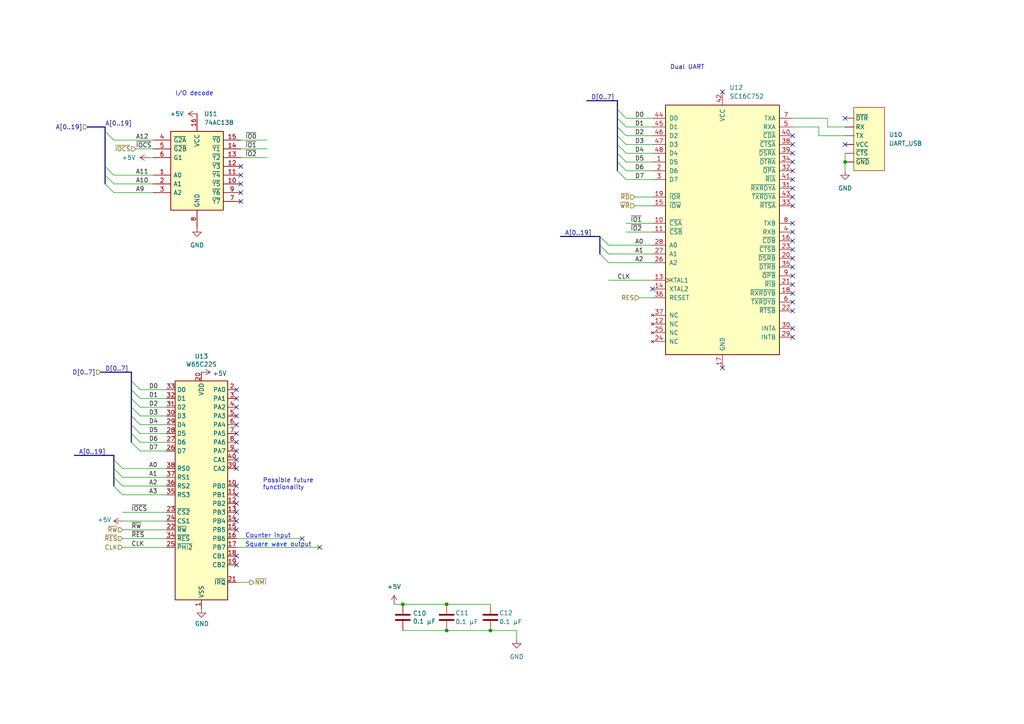
<source format=kicad_sch>
(kicad_sch (version 20211123) (generator eeschema)
  (paper "A4")
  (lib_symbols
    (symbol "Device:C" (pin_numbers hide) (pin_names (offset 0.254))
      (property "Reference" "C" (at 0.635 2.54 0))
      (property "Value" "C" (at 0.635 -2.54 0))
      (symbol "C_0_1"
        (polyline (pts (xy -2.032 -0.762) (xy 2.032 -0.762)) (stroke (width 0.508)))
        (polyline (pts (xy -2.032 0.762) (xy 2.032 0.762)) (stroke (width 0.508)))
      )
      (symbol "C_1_1"
        (pin passive line (at 0 3.81 270) (length 2.794) (name "~") (number "1"))
        (pin passive line (at 0 -3.81 90) (length 2.794) (name "~") (number "2"))
      )
    )
    (symbol "power:+5V" (power) (pin_names (offset 0))
      (property "Value" "+5V" (at 0 3.556 0))
      (symbol "+5V_0_1"
        (polyline (pts (xy -0.762 1.27) (xy 0 2.54)))
        (polyline (pts (xy 0 0) (xy 0 2.54)))
        (polyline (pts (xy 0 2.54) (xy 0.762 1.27)))
      )
      (symbol "+5V_1_1"
        (pin power_in line (at 0 0 90) (length 0) hide (name "+5V") (number "1"))
      )
    )
    (symbol "power:GND" (power) (pin_names (offset 0))
      (property "Value" "GND" (at 0 -3.81 0))
      (symbol "GND_0_1"
        (polyline (pts (xy 0 0) (xy 0 -1.27) (xy 1.27 -1.27) (xy 0 -2.54) (xy -1.27 -1.27) (xy 0 -1.27)))
      )
      (symbol "GND_1_1"
        (pin power_in line (at 0 0 270) (length 0) hide (name "GND") (number "1"))
      )
    )
    (symbol "project:74AC138" (pin_names (offset 0.762))
      (property "Reference" "U" (at -7.62 11.43 0))
      (property "Value" "74AC138" (at -6.35 -13.97 0))
      (symbol "74AC138_0_0"
        (pin power_in line (at 0 15.24 270) (length 5.08) (name "VCC") (number "16"))
        (pin power_in line (at 0 -17.78 90) (length 5.08) (name "GND") (number "8"))
      )
      (symbol "74AC138_1_1"
        (rectangle (start -7.62 10.16) (end 7.62 -12.7) (stroke (width 0.254)) (fill (type background)))
        (pin input line (at -12.7 -2.54 0) (length 5.08) (name "A0") (number "1"))
        (pin output line (at 12.7 -5.08 180) (length 5.08) (name "~{Y5}") (number "10"))
        (pin output line (at 12.7 -2.54 180) (length 5.08) (name "~{Y4}") (number "11"))
        (pin output line (at 12.7 0 180) (length 5.08) (name "~{Y3}") (number "12"))
        (pin output line (at 12.7 2.54 180) (length 5.08) (name "~{Y2}") (number "13"))
        (pin output line (at 12.7 5.08 180) (length 5.08) (name "~{Y1}") (number "14"))
        (pin output line (at 12.7 7.62 180) (length 5.08) (name "~{Y0}") (number "15"))
        (pin input line (at -12.7 -5.08 0) (length 5.08) (name "A1") (number "2"))
        (pin input line (at -12.7 -7.62 0) (length 5.08) (name "A2") (number "3"))
        (pin input line (at -12.7 7.62 0) (length 5.08) (name "~{G2A}") (number "4"))
        (pin input line (at -12.7 5.08 0) (length 5.08) (name "~{G2B}") (number "5"))
        (pin input line (at -12.7 2.54 0) (length 5.08) (name "G1") (number "6"))
        (pin output line (at 12.7 -10.16 180) (length 5.08) (name "~{Y7}") (number "7"))
        (pin output line (at 12.7 -7.62 180) (length 5.08) (name "~{Y6}") (number "9"))
      )
    )
    (symbol "project:SC16C752" (pin_names (offset 1.016))
      (property "Reference" "U" (at -16.51 35.56 0))
      (property "Value" "SC16C752" (at 10.16 35.56 0))
      (symbol "SC16C752_0_0"
        (pin input line (at -20.32 -2.54 0) (length 3.81) (name "~{CSB}") (number "11"))
        (pin input clock (at -20.32 -16.51 0) (length 3.81) (name "XTAL1") (number "13"))
        (pin output line (at -20.32 -19.05 0) (length 3.81) (name "XTAL2") (number "14"))
        (pin no_connect line (at -20.32 -34.29 0) (length 3.81) (name "NC") (number "24"))
        (pin no_connect line (at -20.32 -31.75 0) (length 3.81) (name "NC") (number "25"))
        (pin input line (at -20.32 -11.43 0) (length 3.81) (name "A2") (number "26"))
        (pin output line (at 20.32 10.16 180) (length 3.81) (name "~{RXRDYA}") (number "31"))
        (pin output line (at 20.32 7.62 180) (length 3.81) (name "~{TXRDYA}") (number "43"))
      )
      (symbol "SC16C752_0_1"
        (rectangle (start -16.51 34.29) (end 16.51 -38.1) (stroke (width 0.254)) (fill (type background)))
      )
      (symbol "SC16C752_1_1"
        (pin bidirectional line (at -20.32 17.78 0) (length 3.81) (name "D5") (number "1"))
        (pin input line (at -20.32 0 0) (length 3.81) (name "~{CSA}") (number "10"))
        (pin no_connect line (at -20.32 -29.21 0) (length 3.81) (name "NC") (number "12"))
        (pin input line (at -20.32 5.08 0) (length 3.81) (name "~{IOW}") (number "15"))
        (pin input line (at 20.32 -5.08 180) (length 3.81) (name "~{CDB}") (number "16"))
        (pin power_in line (at 0 -41.91 90) (length 3.81) (name "GND") (number "17"))
        (pin output line (at 20.32 -20.32 180) (length 3.81) (name "~{RXRDYB}") (number "18"))
        (pin input line (at -20.32 7.62 0) (length 3.81) (name "~{IOR}") (number "19"))
        (pin bidirectional line (at -20.32 15.24 0) (length 3.81) (name "D6") (number "2"))
        (pin input line (at 20.32 -10.16 180) (length 3.81) (name "~{DSRB}") (number "20"))
        (pin input line (at 20.32 -17.78 180) (length 3.81) (name "~{RIB}") (number "21"))
        (pin output line (at 20.32 -25.4 180) (length 3.81) (name "~{RTSB}") (number "22"))
        (pin input line (at 20.32 -7.62 180) (length 3.81) (name "~{CTSB}") (number "23"))
        (pin input line (at -20.32 -8.89 0) (length 3.81) (name "A1") (number "27"))
        (pin input line (at -20.32 -6.35 0) (length 3.81) (name "A0") (number "28"))
        (pin output line (at 20.32 -33.02 180) (length 3.81) (name "INTB") (number "29"))
        (pin bidirectional line (at -20.32 12.7 0) (length 3.81) (name "D7") (number "3"))
        (pin output line (at 20.32 -30.48 180) (length 3.81) (name "INTA") (number "30"))
        (pin output line (at 20.32 15.24 180) (length 3.81) (name "~{OPA}") (number "32"))
        (pin output line (at 20.32 5.08 180) (length 3.81) (name "~{RTSA}") (number "33"))
        (pin output line (at 20.32 17.78 180) (length 3.81) (name "~{DTRA}") (number "34"))
        (pin output line (at 20.32 -12.7 180) (length 3.81) (name "~{DTRB}") (number "35"))
        (pin input line (at -20.32 -21.59 0) (length 3.81) (name "RESET") (number "36"))
        (pin no_connect line (at -20.32 -26.67 0) (length 3.81) (name "NC") (number "37"))
        (pin input line (at 20.32 22.86 180) (length 3.81) (name "~{CTSA}") (number "38"))
        (pin input line (at 20.32 20.32 180) (length 3.81) (name "~{DSRA}") (number "39"))
        (pin input line (at 20.32 -2.54 180) (length 3.81) (name "RXB") (number "4"))
        (pin input line (at 20.32 25.4 180) (length 3.81) (name "~{CDA}") (number "40"))
        (pin input line (at 20.32 12.7 180) (length 3.81) (name "~{RIA}") (number "41"))
        (pin power_in line (at 0 38.1 270) (length 3.81) (name "VCC") (number "42"))
        (pin bidirectional line (at -20.32 30.48 0) (length 3.81) (name "D0") (number "44"))
        (pin bidirectional line (at -20.32 27.94 0) (length 3.81) (name "D1") (number "45"))
        (pin bidirectional line (at -20.32 25.4 0) (length 3.81) (name "D2") (number "46"))
        (pin bidirectional line (at -20.32 22.86 0) (length 3.81) (name "D3") (number "47"))
        (pin bidirectional line (at -20.32 20.32 0) (length 3.81) (name "D4") (number "48"))
        (pin input line (at 20.32 27.94 180) (length 3.81) (name "RXA") (number "5"))
        (pin output line (at 20.32 -22.86 180) (length 3.81) (name "~{TXRDYB}") (number "6"))
        (pin output line (at 20.32 30.48 180) (length 3.81) (name "TXA") (number "7"))
        (pin output line (at 20.32 0 180) (length 3.81) (name "TXB") (number "8"))
        (pin output line (at 20.32 -15.24 180) (length 3.81) (name "~{OPB}") (number "9"))
      )
    )
    (symbol "project:UART_USB"
      (property "Reference" "U" (at 0 0 0))
      (property "Value" "UART_USB" (at 0 1.905 0))
      (symbol "UART_USB_0_1"
        (rectangle (start -3.81 -1.905) (end 5.08 -20.32) (fill (type background)))
      )
      (symbol "UART_USB_1_1"
        (pin input line (at -6.35 -7.62 0) (length 2.54) (name "RX") (number ""))
        (pin output line (at -6.35 -10.16 0) (length 2.54) (name "TX") (number ""))
        (pin power_out line (at -6.35 -12.7 0) (length 2.54) (name "VCC") (number ""))
        (pin input line (at -6.35 -15.24 0) (length 2.54) (name "~{CTS}") (number ""))
        (pin output line (at -6.35 -5.08 0) (length 2.54) (name "~{DTR}") (number ""))
        (pin power_in line (at -6.35 -17.78 0) (length 2.54) (name "~{GND}") (number ""))
      )
    )
    (symbol "project:W65C22S"
      (property "Reference" "U" (at -7.62 31.75 0))
      (property "Value" "W65C22S" (at 5.08 -34.29 0))
      (symbol "W65C22S_0_0"
        (pin output line (at 10.16 27.94 180) (length 2.54) (name "PA0") (number "2"))
        (pin output line (at 10.16 -27.94 180) (length 2.54) (name "~{IRQ}") (number "21"))
        (pin input line (at -10.16 -17.78 0) (length 2.54) (name "~{PHI2}") (number "25"))
        (pin output line (at 10.16 25.4 180) (length 2.54) (name "PA1") (number "3"))
        (pin input line (at -10.16 -15.24 0) (length 2.54) (name "~{RES}") (number "34"))
        (pin input line (at -10.16 2.54 0) (length 2.54) (name "RS1") (number "37"))
        (pin input line (at -10.16 5.08 0) (length 2.54) (name "RS0") (number "38"))
        (pin output line (at 10.16 5.08 180) (length 2.54) (name "CA2") (number "39"))
        (pin output line (at 10.16 22.86 180) (length 2.54) (name "PA2") (number "4"))
        (pin output line (at 10.16 7.62 180) (length 2.54) (name "CA1") (number "40"))
        (pin output line (at 10.16 20.32 180) (length 2.54) (name "PA3") (number "5"))
        (pin output line (at 10.16 17.78 180) (length 2.54) (name "PA4") (number "6"))
        (pin output line (at 10.16 15.24 180) (length 2.54) (name "PA5") (number "7"))
      )
      (symbol "W65C22S_0_1"
        (rectangle (start -7.62 30.48) (end 7.62 -33.02) (stroke (width 0.254)) (fill (type background)))
      )
      (symbol "W65C22S_1_1"
        (pin power_in line (at 0 -35.56 90) (length 2.54) (name "VSS") (number "1"))
        (pin output line (at 10.16 0 180) (length 2.54) (name "PB0") (number "10"))
        (pin output line (at 10.16 -2.54 180) (length 2.54) (name "PB1") (number "11"))
        (pin output line (at 10.16 -5.08 180) (length 2.54) (name "PB2") (number "12"))
        (pin output line (at 10.16 -7.62 180) (length 2.54) (name "PB3") (number "13"))
        (pin output line (at 10.16 -10.16 180) (length 2.54) (name "PB4") (number "14"))
        (pin output line (at 10.16 -12.7 180) (length 2.54) (name "PB5") (number "15"))
        (pin output line (at 10.16 -15.24 180) (length 2.54) (name "PB6") (number "16"))
        (pin output line (at 10.16 -17.78 180) (length 2.54) (name "PB7") (number "17"))
        (pin output line (at 10.16 -20.32 180) (length 2.54) (name "CB1") (number "18"))
        (pin output line (at 10.16 -22.86 180) (length 2.54) (name "CB2") (number "19"))
        (pin power_in line (at 0 33.02 270) (length 2.54) (name "VDD") (number "20"))
        (pin input line (at -10.16 -12.7 0) (length 2.54) (name "~{RW}") (number "22"))
        (pin input line (at -10.16 -7.62 0) (length 2.54) (name "~{CS2}") (number "23"))
        (pin input line (at -10.16 -10.16 0) (length 2.54) (name "CS1") (number "24"))
        (pin tri_state line (at -10.16 10.16 0) (length 2.54) (name "D7") (number "26"))
        (pin tri_state line (at -10.16 12.7 0) (length 2.54) (name "D6") (number "27"))
        (pin tri_state line (at -10.16 15.24 0) (length 2.54) (name "D5") (number "28"))
        (pin tri_state line (at -10.16 17.78 0) (length 2.54) (name "D4") (number "29"))
        (pin tri_state line (at -10.16 20.32 0) (length 2.54) (name "D3") (number "30"))
        (pin tri_state line (at -10.16 22.86 0) (length 2.54) (name "D2") (number "31"))
        (pin tri_state line (at -10.16 25.4 0) (length 2.54) (name "D1") (number "32"))
        (pin tri_state line (at -10.16 27.94 0) (length 2.54) (name "D0") (number "33"))
        (pin input line (at -10.16 -2.54 0) (length 2.54) (name "RS3") (number "35"))
        (pin input line (at -10.16 0 0) (length 2.54) (name "RS2") (number "36"))
        (pin output line (at 10.16 12.7 180) (length 2.54) (name "PA6") (number "8"))
        (pin output line (at 10.16 10.16 180) (length 2.54) (name "PA7") (number "9"))
      )
    )
  )
  (junction (at 129.54 182.88))
  (junction (at 245.11 46.99))
  (junction (at 129.54 175.26))
  (junction (at 116.84 175.26))
  (junction (at 142.24 182.88))
  (no_connect (at 189.23 83.82))
  (no_connect (at 229.87 87.63))
  (no_connect (at 229.87 85.09))
  (no_connect (at 229.87 82.55))
  (no_connect (at 229.87 80.01))
  (no_connect (at 229.87 77.47))
  (no_connect (at 229.87 97.79))
  (no_connect (at 229.87 95.25))
  (no_connect (at 229.87 90.17))
  (no_connect (at 229.87 74.93))
  (no_connect (at 229.87 72.39))
  (no_connect (at 229.87 67.31))
  (no_connect (at 229.87 69.85))
  (no_connect (at 229.87 64.77))
  (no_connect (at 229.87 41.91))
  (no_connect (at 229.87 44.45))
  (no_connect (at 229.87 46.99))
  (no_connect (at 229.87 49.53))
  (no_connect (at 229.87 52.07))
  (no_connect (at 229.87 59.69))
  (no_connect (at 229.87 57.15))
  (no_connect (at 229.87 54.61))
  (no_connect (at 92.71 158.75))
  (no_connect (at 68.58 148.59))
  (no_connect (at 69.85 48.26))
  (no_connect (at 68.58 130.81))
  (no_connect (at 68.58 135.89))
  (no_connect (at 69.85 58.42))
  (no_connect (at 68.58 128.27))
  (no_connect (at 69.85 50.8))
  (no_connect (at 87.63 156.21))
  (no_connect (at 68.58 133.35))
  (no_connect (at 68.58 115.57))
  (no_connect (at 68.58 120.65))
  (no_connect (at 209.55 26.67))
  (no_connect (at 229.87 39.37))
  (no_connect (at 209.55 106.68))
  (no_connect (at 68.58 163.83))
  (no_connect (at 68.58 113.03))
  (no_connect (at 68.58 123.19))
  (no_connect (at 69.85 55.88))
  (no_connect (at 68.58 146.05))
  (no_connect (at 68.58 161.29))
  (no_connect (at 68.58 140.97))
  (no_connect (at 68.58 118.11))
  (no_connect (at 68.58 125.73))
  (no_connect (at 68.58 151.13))
  (no_connect (at 68.58 153.67))
  (no_connect (at 245.11 34.29))
  (no_connect (at 245.11 41.91))
  (no_connect (at 69.85 53.34))
  (no_connect (at 68.58 143.51))
  (bus_entry (at 38.1 118.11) (size 2.54 2.54))
  (bus_entry (at 38.1 120.65) (size 2.54 2.54))
  (bus_entry (at 38.1 128.27) (size 2.54 2.54))
  (bus_entry (at 38.1 110.49) (size 2.54 2.54))
  (bus_entry (at 173.99 71.12) (size 2.54 2.54))
  (bus_entry (at 30.48 38.1) (size 2.54 2.54))
  (bus_entry (at 33.02 135.89) (size 2.54 2.54))
  (bus_entry (at 179.07 41.91) (size 2.54 2.54))
  (bus_entry (at 179.07 39.37) (size 2.54 2.54))
  (bus_entry (at 179.07 49.53) (size 2.54 2.54))
  (bus_entry (at 30.48 53.34) (size 2.54 2.54))
  (bus_entry (at 179.07 44.45) (size 2.54 2.54))
  (bus_entry (at 38.1 113.03) (size 2.54 2.54))
  (bus_entry (at 173.99 73.66) (size 2.54 2.54))
  (bus_entry (at 33.02 133.35) (size 2.54 2.54))
  (bus_entry (at 179.07 46.99) (size 2.54 2.54))
  (bus_entry (at 30.48 48.26) (size 2.54 2.54))
  (bus_entry (at 179.07 31.75) (size 2.54 2.54))
  (bus_entry (at 173.99 68.58) (size 2.54 2.54))
  (bus_entry (at 30.48 50.8) (size 2.54 2.54))
  (bus_entry (at 38.1 115.57) (size 2.54 2.54))
  (bus_entry (at 33.02 138.43) (size 2.54 2.54))
  (bus_entry (at 179.07 34.29) (size 2.54 2.54))
  (bus_entry (at 33.02 140.97) (size 2.54 2.54))
  (bus_entry (at 179.07 36.83) (size 2.54 2.54))
  (bus_entry (at 38.1 125.73) (size 2.54 2.54))
  (bus_entry (at 38.1 123.19) (size 2.54 2.54))
  (wire (pts (xy 189.23 39.37) (xy 181.61 39.37)))
  (wire (pts (xy 189.23 71.12) (xy 176.53 71.12)))
  (bus (pts (xy 173.99 68.58) (xy 173.99 71.12)))
  (wire (pts (xy 68.58 158.75) (xy 92.71 158.75)))
  (wire (pts (xy 35.56 148.59) (xy 48.26 148.59)))
  (wire (pts (xy 116.84 182.88) (xy 129.54 182.88)))
  (wire (pts (xy 33.02 40.64) (xy 44.45 40.64)))
  (wire (pts (xy 48.26 123.19) (xy 40.64 123.19)))
  (bus (pts (xy 33.02 132.08) (xy 21.59 132.08)))
  (wire (pts (xy 189.23 44.45) (xy 181.61 44.45)))
  (wire (pts (xy 48.26 143.51) (xy 35.56 143.51)))
  (wire (pts (xy 68.58 156.21) (xy 87.63 156.21)))
  (wire (pts (xy 43.18 45.72) (xy 44.45 45.72)))
  (bus (pts (xy 30.48 36.83) (xy 30.48 38.1)))
  (wire (pts (xy 48.26 113.03) (xy 40.64 113.03)))
  (bus (pts (xy 33.02 133.35) (xy 33.02 135.89)))
  (bus (pts (xy 179.07 31.75) (xy 179.07 34.29)))
  (wire (pts (xy 33.02 53.34) (xy 44.45 53.34)))
  (bus (pts (xy 173.99 68.58) (xy 162.56 68.58)))
  (wire (pts (xy 181.61 64.77) (xy 189.23 64.77)))
  (bus (pts (xy 38.1 110.49) (xy 38.1 113.03)))
  (bus (pts (xy 30.48 48.26) (xy 30.48 50.8)))
  (bus (pts (xy 38.1 115.57) (xy 38.1 118.11)))
  (bus (pts (xy 179.07 39.37) (xy 179.07 41.91)))
  (wire (pts (xy 181.61 67.31) (xy 189.23 67.31)))
  (wire (pts (xy 189.23 34.29) (xy 181.61 34.29)))
  (wire (pts (xy 189.23 49.53) (xy 181.61 49.53)))
  (wire (pts (xy 48.26 151.13) (xy 35.56 151.13)))
  (bus (pts (xy 38.1 125.73) (xy 38.1 128.27)))
  (wire (pts (xy 245.11 44.45) (xy 245.11 46.99)))
  (wire (pts (xy 35.56 153.67) (xy 48.26 153.67)))
  (wire (pts (xy 189.23 76.2) (xy 176.53 76.2)))
  (wire (pts (xy 237.49 36.83) (xy 237.49 39.37)))
  (wire (pts (xy 33.02 50.8) (xy 44.45 50.8)))
  (wire (pts (xy 229.87 34.29) (xy 240.03 34.29)))
  (bus (pts (xy 33.02 132.08) (xy 33.02 133.35)))
  (wire (pts (xy 39.37 43.18) (xy 44.45 43.18)))
  (wire (pts (xy 114.3 175.26) (xy 116.84 175.26)))
  (wire (pts (xy 237.49 39.37) (xy 245.11 39.37)))
  (bus (pts (xy 38.1 113.03) (xy 38.1 115.57)))
  (wire (pts (xy 189.23 41.91) (xy 181.61 41.91)))
  (wire (pts (xy 184.15 59.69) (xy 189.23 59.69)))
  (wire (pts (xy 48.26 135.89) (xy 35.56 135.89)))
  (bus (pts (xy 38.1 120.65) (xy 38.1 123.19)))
  (bus (pts (xy 170.18 29.21) (xy 179.07 29.21)))
  (wire (pts (xy 189.23 46.99) (xy 181.61 46.99)))
  (wire (pts (xy 48.26 138.43) (xy 35.56 138.43)))
  (wire (pts (xy 240.03 36.83) (xy 245.11 36.83)))
  (bus (pts (xy 33.02 138.43) (xy 33.02 140.97)))
  (wire (pts (xy 48.26 140.97) (xy 35.56 140.97)))
  (wire (pts (xy 129.54 182.88) (xy 142.24 182.88)))
  (wire (pts (xy 116.84 175.26) (xy 129.54 175.26)))
  (bus (pts (xy 33.02 135.89) (xy 33.02 138.43)))
  (wire (pts (xy 48.26 115.57) (xy 40.64 115.57)))
  (wire (pts (xy 48.26 118.11) (xy 40.64 118.11)))
  (wire (pts (xy 184.15 57.15) (xy 189.23 57.15)))
  (bus (pts (xy 38.1 107.95) (xy 38.1 110.49)))
  (wire (pts (xy 129.54 175.26) (xy 142.24 175.26)))
  (wire (pts (xy 69.85 43.18) (xy 77.47 43.18)))
  (bus (pts (xy 38.1 118.11) (xy 38.1 120.65)))
  (wire (pts (xy 69.85 45.72) (xy 77.47 45.72)))
  (bus (pts (xy 179.07 34.29) (xy 179.07 36.83)))
  (wire (pts (xy 35.56 156.21) (xy 48.26 156.21)))
  (wire (pts (xy 68.58 168.91) (xy 72.39 168.91)))
  (wire (pts (xy 142.24 182.88) (xy 149.86 182.88)))
  (wire (pts (xy 229.87 36.83) (xy 237.49 36.83)))
  (wire (pts (xy 48.26 130.81) (xy 40.64 130.81)))
  (bus (pts (xy 38.1 123.19) (xy 38.1 125.73)))
  (wire (pts (xy 48.26 158.75) (xy 35.56 158.75)))
  (bus (pts (xy 179.07 41.91) (xy 179.07 44.45)))
  (bus (pts (xy 179.07 46.99) (xy 179.07 49.53)))
  (bus (pts (xy 179.07 36.83) (xy 179.07 39.37)))
  (bus (pts (xy 25.4 36.83) (xy 30.48 36.83)))
  (bus (pts (xy 29.21 107.95) (xy 38.1 107.95)))
  (wire (pts (xy 69.85 40.64) (xy 77.47 40.64)))
  (wire (pts (xy 189.23 81.28) (xy 176.53 81.28)))
  (wire (pts (xy 189.23 73.66) (xy 176.53 73.66)))
  (wire (pts (xy 48.26 120.65) (xy 40.64 120.65)))
  (bus (pts (xy 179.07 44.45) (xy 179.07 46.99)))
  (bus (pts (xy 179.07 29.21) (xy 179.07 31.75)))
  (wire (pts (xy 48.26 125.73) (xy 40.64 125.73)))
  (wire (pts (xy 240.03 34.29) (xy 240.03 36.83)))
  (bus (pts (xy 173.99 71.12) (xy 173.99 73.66)))
  (wire (pts (xy 185.42 86.36) (xy 189.23 86.36)))
  (wire (pts (xy 189.23 52.07) (xy 181.61 52.07)))
  (wire (pts (xy 189.23 36.83) (xy 181.61 36.83)))
  (wire (pts (xy 149.86 182.88) (xy 149.86 185.42)))
  (bus (pts (xy 30.48 38.1) (xy 30.48 48.26)))
  (wire (pts (xy 48.26 128.27) (xy 40.64 128.27)))
  (wire (pts (xy 245.11 46.99) (xy 245.11 49.53)))
  (wire (pts (xy 33.02 55.88) (xy 44.45 55.88)))
  (bus (pts (xy 30.48 50.8) (xy 30.48 53.34)))
  (text "I/O decode" (at 50.8 27.94 0) (effects (font (size 1.27 1.27)) (justify left bottom)))
  (text "Counter input" (at 71.12 156.21 0) (effects (font (size 1.27 1.27)) (justify left bottom)))
  (text "Square wave output" (at 71.12 158.75 0) (effects (font (size 1.27 1.27)) (justify left bottom)))
  (text "Dual UART" (at 194.31 20.32 0) (effects (font (size 1.27 1.27)) (justify left bottom)))
  (text "Possible future\nfunctionality" (at 76.2 142.24 0) (effects (font (size 1.27 1.27)) (justify left bottom)))
  (label "D5" (at 43.18 125.73 0))
  (label "CLK" (at 179.07 81.28 0))
  (label "D6" (at 184.15 49.53 0))
  (label "A2" (at 43.18 140.97 0))
  (label "D6" (at 43.18 128.27 0))
  (label "A2" (at 184.15 76.2 0))
  (label "A10" (at 39.37 53.34 0))
  (label "~{IO2}" (at 182.88 67.31 0))
  (label "D4" (at 184.15 44.45 0))
  (label "A[0..19]" (at 30.48 36.83 0))
  (label "A[0..19]" (at 22.86 132.08 0))
  (label "D1" (at 43.18 115.57 0))
  (label "~{IO1}" (at 71.12 43.18 0))
  (label "D7" (at 43.18 130.81 0))
  (label "~{IOCS}" (at 38.1 148.59 0))
  (label "~{RES}" (at 38.1 156.21 0))
  (label "A11" (at 39.37 50.8 0))
  (label "~{IO0}" (at 71.12 40.64 0))
  (label "A[0..19]" (at 163.83 68.58 0))
  (label "D2" (at 184.15 39.37 0))
  (label "D1" (at 184.15 36.83 0))
  (label "CLK" (at 38.1 158.75 0))
  (label "~{IOCS}" (at 39.37 43.18 0))
  (label "D0" (at 43.18 113.03 0))
  (label "~{IO1}" (at 182.88 64.77 0))
  (label "D7" (at 184.15 52.07 0))
  (label "D[0..7]" (at 30.48 107.95 0))
  (label "A1" (at 43.18 138.43 0))
  (label "D3" (at 43.18 120.65 0))
  (label "A3" (at 43.18 143.51 0))
  (label "D[0..7]" (at 171.45 29.21 0))
  (label "D2" (at 43.18 118.11 0))
  (label "D0" (at 184.15 34.29 0))
  (label "A0" (at 184.15 71.12 0))
  (label "A0" (at 43.18 135.89 0))
  (label "A9" (at 39.37 55.88 0))
  (label "~{RW}" (at 38.1 153.67 0))
  (label "~{IO2}" (at 71.12 45.72 0))
  (label "A1" (at 184.15 73.66 0))
  (label "D4" (at 43.18 123.19 0))
  (label "A12" (at 39.37 40.64 0))
  (label "D5" (at 184.15 46.99 0))
  (label "D3" (at 184.15 41.91 0))
  (hierarchical_label "RES" (shape input) (at 185.42 86.36 180))
  (hierarchical_label "~{WR}" (shape input) (at 184.15 59.69 180))
  (hierarchical_label "~{RD}" (shape input) (at 184.15 57.15 180))
  (hierarchical_label "CLK" (shape input) (at 35.56 158.75 180))
  (hierarchical_label "~{NMI}" (shape output) (at 72.39 168.91 0))
  (hierarchical_label "~{IOCS}" (shape input) (at 39.37 43.18 180))
  (hierarchical_label "~{RW}" (shape input) (at 35.56 153.67 180))
  (hierarchical_label "A[0..19]" (shape input) (at 25.4 36.83 180))
  (hierarchical_label "~{RES}" (shape input) (at 35.56 156.21 180))
  (hierarchical_label "D[0..7]" (shape input) (at 29.21 107.95 180))
  (symbol (lib_id "project:UART_USB") (at 251.46 29.21 0) (unit 1)
    (property "Reference" "U10" (at 257.81 39.0524 0) (effects (justify left)))
    (property "Value" "UART_USB" (at 257.81 41.5924 0) (effects (justify left)))
  )
  (symbol (lib_id "project:SC16C752") (at 209.55 64.77 0) (unit 1)
    (property "Reference" "U12" (at 211.5694 25.4 0) (effects (justify left)))
    (property "Value" "SC16C752" (at 211.5694 27.94 0) (effects (justify left)))
  )
  (symbol (lib_id "power:+5V") (at 43.18 45.72 90) (unit 1)
    (property "Reference" "#PWR034" (effects hide))
    (property "Value" "+5V" (at 39.37 45.72 90) (effects (justify left)))
  )
  (symbol (lib_id "power:+5V") (at 35.56 151.13 90) (unit 1)
    (property "Reference" "#PWR038" (effects hide))
    (property "Value" "+5V" (at 32.3088 150.749 90) (effects (justify left)))
  )
  (symbol (lib_id "project:74AC138") (at 57.15 48.26 0) (unit 1)
    (property "Reference" "U11" (at 59.1694 33.02 0) (effects (justify left)))
    (property "Value" "74AC138" (at 59.1694 35.56 0) (effects (justify left)))
  )
  (symbol (lib_id "project:W65C22S") (at 58.42 140.97 0) (unit 1)
    (property "Reference" "U13" (at 58.42 103.3526 0))
    (property "Value" "W65C22S" (at 58.42 105.664 0))
    (property "Footprint" "Package_DIP:DIP-40_W15.24mm" (effects hide))
  )
  (symbol (lib_id "power:+5V") (at 114.3 175.26 0) (unit 1)
    (property "Reference" "#PWR039" (effects hide))
    (property "Value" "+5V" (at 114.3 170.18 0))
  )
  (symbol (lib_id "power:+5V") (at 58.42 107.95 270) (unit 1)
    (property "Reference" "#PWR037" (effects hide))
    (property "Value" "+5V" (at 61.6712 108.331 90) (effects (justify left)))
  )
  (symbol (lib_id "Device:C") (at 129.54 179.07 0) (unit 1)
    (property "Reference" "C11" (at 132.08 177.8 0) (effects (justify left)))
    (property "Value" "0.1 µF" (at 132.08 180.34 0) (effects (justify left)))
  )
  (symbol (lib_id "power:GND") (at 57.15 66.04 0) (unit 1)
    (property "Reference" "#PWR036" (effects hide))
    (property "Value" "GND" (at 57.15 71.12 0))
  )
  (symbol (lib_id "power:GND") (at 58.42 176.53 0) (unit 1)
    (property "Reference" "#PWR040" (effects hide))
    (property "Value" "GND" (at 58.547 180.9242 0))
  )
  (symbol (lib_id "Device:C") (at 142.24 179.07 0) (unit 1)
    (property "Reference" "C12" (at 144.78 177.8 0) (effects (justify left)))
    (property "Value" "0.1 µF" (at 144.78 180.34 0) (effects (justify left)))
  )
  (symbol (lib_id "power:GND") (at 149.86 185.42 0) (unit 1)
    (property "Reference" "#PWR041" (effects hide))
    (property "Value" "GND" (at 149.86 190.5 0))
  )
  (symbol (lib_id "power:GND") (at 245.11 49.53 0) (unit 1)
    (property "Reference" "#PWR035" (effects hide))
    (property "Value" "GND" (at 245.11 54.61 0))
  )
  (symbol (lib_id "Device:C") (at 116.84 179.07 0) (unit 1)
    (property "Reference" "C10" (at 119.761 177.9016 0) (effects (justify left)))
    (property "Value" "0.1 µF" (at 119.761 180.213 0) (effects (justify left)))
  )
  (symbol (lib_id "power:+5V") (at 57.15 33.02 90) (unit 1)
    (property "Reference" "#PWR033" (effects hide))
    (property "Value" "+5V" (at 53.34 33.0199 90) (effects (justify left)))
  )
)
</source>
